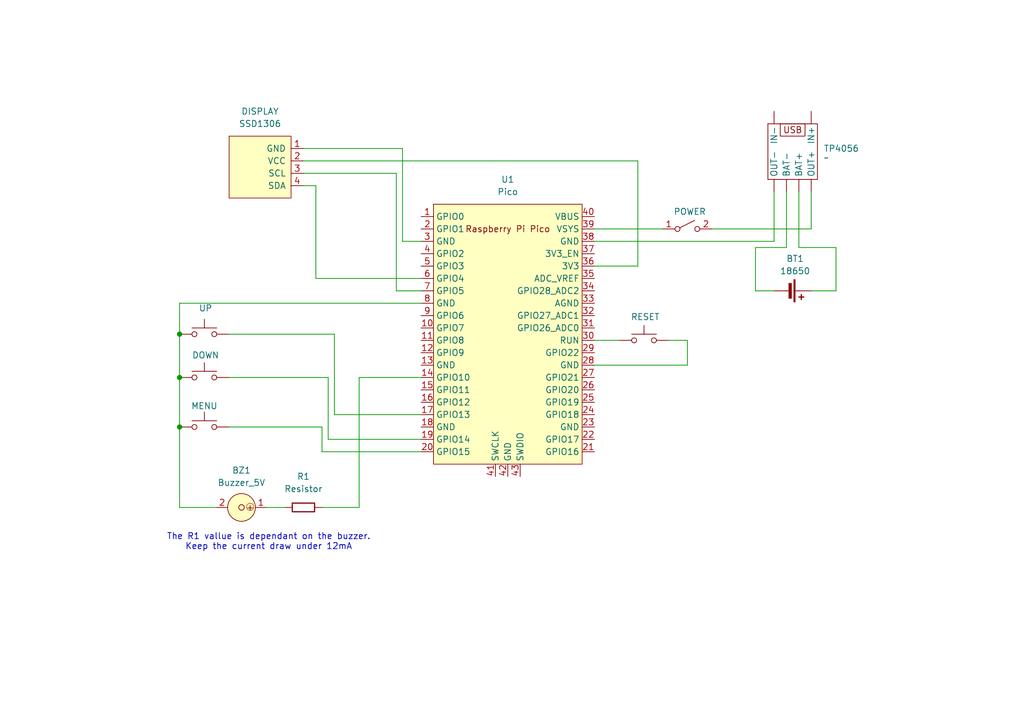
<source format=kicad_sch>
(kicad_sch (version 20231120) (generator "eeschema") (generator_version "8.0")
  (paper "A5")
  (lib_symbols
    (symbol "Device:Battery_Cell" (pin_numbers hide) (pin_names (offset 0) hide)
      (property "Reference" "BT" (at 2.54 2.54 0))
      (property "Value" "Battery_Cell" (at 2.54 0 0))
      (symbol "Battery_Cell_0_1"
        (rectangle (start -2.286 1.778) (end 2.286 1.524) (fill (type outline)))
        (rectangle (start -1.524 1.016) (end 1.524 0.508) (fill (type outline)))
        (polyline (pts (xy 0 0.762) (xy 0 0)))
        (polyline (pts (xy 0 1.778) (xy 0 2.54)))
        (polyline (pts (xy 0.762 3.048) (xy 1.778 3.048)) (stroke (width 0.254)))
        (polyline (pts (xy 1.27 3.556) (xy 1.27 2.54)) (stroke (width 0.254)))
      )
      (symbol "Battery_Cell_1_1"
        (pin passive line (at 0 5.08 270) (length 2.54) (name "+") (number "1"))
        (pin passive line (at 0 -2.54 90) (length 2.54) (name "-") (number "2"))
      )
    )
    (symbol "MCU_RaspberryPi_and_Boards:Pico"
      (property "Reference" "U" (at -13.97 27.94 0))
      (property "Value" "Pico" (at 0 19.05 0))
      (symbol "Pico_0_0"
        (text "Raspberry Pi Pico" (at 0 21.59 0) (effects (font (size 1.27 1.27))))
      )
      (symbol "Pico_0_1"
        (rectangle (start -15.24 26.67) (end 15.24 -26.67) (fill (type background)))
      )
      (symbol "Pico_1_1"
        (pin bidirectional line (at -17.78 24.13 0) (length 2.54) (name "GPIO0") (number "1"))
        (pin bidirectional line (at -17.78 1.27 0) (length 2.54) (name "GPIO7") (number "10"))
        (pin bidirectional line (at -17.78 -1.27 0) (length 2.54) (name "GPIO8") (number "11"))
        (pin bidirectional line (at -17.78 -3.81 0) (length 2.54) (name "GPIO9") (number "12"))
        (pin power_in line (at -17.78 -6.35 0) (length 2.54) (name "GND") (number "13"))
        (pin bidirectional line (at -17.78 -8.89 0) (length 2.54) (name "GPIO10") (number "14"))
        (pin bidirectional line (at -17.78 -11.43 0) (length 2.54) (name "GPIO11") (number "15"))
        (pin bidirectional line (at -17.78 -13.97 0) (length 2.54) (name "GPIO12") (number "16"))
        (pin bidirectional line (at -17.78 -16.51 0) (length 2.54) (name "GPIO13") (number "17"))
        (pin power_in line (at -17.78 -19.05 0) (length 2.54) (name "GND") (number "18"))
        (pin bidirectional line (at -17.78 -21.59 0) (length 2.54) (name "GPIO14") (number "19"))
        (pin bidirectional line (at -17.78 21.59 0) (length 2.54) (name "GPIO1") (number "2"))
        (pin bidirectional line (at -17.78 -24.13 0) (length 2.54) (name "GPIO15") (number "20"))
        (pin bidirectional line (at 17.78 -24.13 180) (length 2.54) (name "GPIO16") (number "21"))
        (pin bidirectional line (at 17.78 -21.59 180) (length 2.54) (name "GPIO17") (number "22"))
        (pin power_in line (at 17.78 -19.05 180) (length 2.54) (name "GND") (number "23"))
        (pin bidirectional line (at 17.78 -16.51 180) (length 2.54) (name "GPIO18") (number "24"))
        (pin bidirectional line (at 17.78 -13.97 180) (length 2.54) (name "GPIO19") (number "25"))
        (pin bidirectional line (at 17.78 -11.43 180) (length 2.54) (name "GPIO20") (number "26"))
        (pin bidirectional line (at 17.78 -8.89 180) (length 2.54) (name "GPIO21") (number "27"))
        (pin power_in line (at 17.78 -6.35 180) (length 2.54) (name "GND") (number "28"))
        (pin bidirectional line (at 17.78 -3.81 180) (length 2.54) (name "GPIO22") (number "29"))
        (pin power_in line (at -17.78 19.05 0) (length 2.54) (name "GND") (number "3"))
        (pin input line (at 17.78 -1.27 180) (length 2.54) (name "RUN") (number "30"))
        (pin bidirectional line (at 17.78 1.27 180) (length 2.54) (name "GPIO26_ADC0") (number "31"))
        (pin bidirectional line (at 17.78 3.81 180) (length 2.54) (name "GPIO27_ADC1") (number "32"))
        (pin power_in line (at 17.78 6.35 180) (length 2.54) (name "AGND") (number "33"))
        (pin bidirectional line (at 17.78 8.89 180) (length 2.54) (name "GPIO28_ADC2") (number "34"))
        (pin power_in line (at 17.78 11.43 180) (length 2.54) (name "ADC_VREF") (number "35"))
        (pin power_in line (at 17.78 13.97 180) (length 2.54) (name "3V3") (number "36"))
        (pin input line (at 17.78 16.51 180) (length 2.54) (name "3V3_EN") (number "37"))
        (pin bidirectional line (at 17.78 19.05 180) (length 2.54) (name "GND") (number "38"))
        (pin power_in line (at 17.78 21.59 180) (length 2.54) (name "VSYS") (number "39"))
        (pin bidirectional line (at -17.78 16.51 0) (length 2.54) (name "GPIO2") (number "4"))
        (pin power_in line (at 17.78 24.13 180) (length 2.54) (name "VBUS") (number "40"))
        (pin input line (at -2.54 -29.21 90) (length 2.54) (name "SWCLK") (number "41"))
        (pin power_in line (at 0 -29.21 90) (length 2.54) (name "GND") (number "42"))
        (pin bidirectional line (at 2.54 -29.21 90) (length 2.54) (name "SWDIO") (number "43"))
        (pin bidirectional line (at -17.78 13.97 0) (length 2.54) (name "GPIO3") (number "5"))
        (pin bidirectional line (at -17.78 11.43 0) (length 2.54) (name "GPIO4") (number "6"))
        (pin bidirectional line (at -17.78 8.89 0) (length 2.54) (name "GPIO5") (number "7"))
        (pin power_in line (at -17.78 6.35 0) (length 2.54) (name "GND") (number "8"))
        (pin bidirectional line (at -17.78 3.81 0) (length 2.54) (name "GPIO6") (number "9"))
      )
    )
    (symbol "PCM_SL_Devices:Buzzer_5V"
      (property "Reference" "BZ" (at 0 7.62 0))
      (property "Value" "Buzzer_5V" (at 0 5.08 0))
      (symbol "Buzzer_5V_0_0"
        (circle (center -1.778 -0.127) (radius 0.7405) (stroke (width 0.07)))
        (text "+" (at -1.778 0 0) (effects (font (size 1.27 1.27))))
      )
      (symbol "Buzzer_5V_0_1"
        (circle (center 0 0) (radius 0.568))
        (circle (center 0 0) (radius 2.8398) (fill (type background)))
      )
      (symbol "Buzzer_5V_1_1"
        (pin passive line (at -5.08 0 0) (length 2.2) (name "") (number "1"))
        (pin passive line (at 5.08 0 180) (length 2.2) (name "") (number "2"))
      )
    )
    (symbol "PCM_SL_Resistors:Resistor"
      (property "Reference" "R" (at 0 5.08 0))
      (property "Value" "Resistor" (at 0 2.54 0))
      (symbol "Resistor_0_1"
        (rectangle (start -2.286 0.889) (end 2.286 -0.889) (stroke (width 0.24)))
      )
      (symbol "Resistor_1_1"
        (pin passive line (at -3.81 0 0) (length 1.5) (name "") (number "1"))
        (pin passive line (at 3.81 0 180) (length 1.5) (name "~") (number "2"))
      )
    )
    (symbol "Power_Management:TP4056_MODULE"
      (property "Reference" "TP4056" (at 0 3.81 0))
      (symbol "TP4056_MODULE_0_1"
        (rectangle (start -5.08 -1.27) (end 5.08 -12.7))
        (rectangle (start -2.54 -1.27) (end 2.54 -3.81))
      )
      (symbol "TP4056_MODULE_1_1"
        (text "USB" (at 0 -2.54 0) (effects (font (size 1.27 1.27))))
        (pin bidirectional line (at 1.27 -15.24 90) (length 2.54) (name "BAT+") (number ""))
        (pin bidirectional line (at -1.27 -15.24 90) (length 2.54) (name "BAT-") (number ""))
        (pin input line (at 3.81 1.27 270) (length 2.54) (name "IN+") (number ""))
        (pin input line (at -3.81 1.27 270) (length 2.54) (name "IN-") (number ""))
        (pin output line (at 3.81 -15.24 90) (length 2.54) (name "OUT+") (number ""))
        (pin output line (at -3.81 -15.24 90) (length 2.54) (name "OUT-") (number ""))
      )
    )
    (symbol "SSD1306-128x64_OLED:SSD1306" (pin_names (offset 1.016))
      (property "Reference" "Brd" (at 0 -3.81 0))
      (property "Value" "SSD1306" (at 0 -1.27 0))
      (symbol "SSD1306_0_1"
        (rectangle (start -6.35 6.35) (end 6.35 -6.35) (fill (type background)))
      )
      (symbol "SSD1306_1_1"
        (pin input line (at -3.81 8.89 270) (length 2.54) (name "GND") (number "1"))
        (pin input line (at -1.27 8.89 270) (length 2.54) (name "VCC") (number "2"))
        (pin input line (at 1.27 8.89 270) (length 2.54) (name "SCL") (number "3"))
        (pin input line (at 3.81 8.89 270) (length 2.54) (name "SDA") (number "4"))
      )
    )
    (symbol "Switch:SW_Push" (pin_numbers hide) (pin_names (offset 1.016) hide)
      (property "Reference" "SW" (at 1.27 2.54 0))
      (property "Value" "SW_Push" (at 0 -1.524 0))
      (symbol "SW_Push_0_1"
        (circle (center -2.032 0) (radius 0.508))
        (polyline (pts (xy 0 1.27) (xy 0 3.048)))
        (polyline (pts (xy 2.54 1.27) (xy -2.54 1.27)))
        (circle (center 2.032 0) (radius 0.508))
        (pin passive line (at -5.08 0 0) (length 2.54) (name "1") (number "1"))
        (pin passive line (at 5.08 0 180) (length 2.54) (name "2") (number "2"))
      )
    )
    (symbol "Switch:SW_SPST" (pin_names (offset 0) hide)
      (property "Reference" "SW" (at 0 3.175 0))
      (property "Value" "SW_SPST" (at 0 -2.54 0))
      (symbol "SW_SPST_0_0"
        (circle (center -2.032 0) (radius 0.508))
        (polyline (pts (xy -1.524 0.254) (xy 1.524 1.778)))
        (circle (center 2.032 0) (radius 0.508))
      )
      (symbol "SW_SPST_1_1"
        (pin passive line (at -5.08 0 0) (length 2.54) (name "A") (number "1"))
        (pin passive line (at 5.08 0 180) (length 2.54) (name "B") (number "2"))
      )
    )
  )
  (junction (at 36.83 77.47))
  (junction (at 36.83 87.63))
  (junction (at 36.83 68.58))
  (wire (pts (xy 36.83 77.47) (xy 36.83 87.63)))
  (wire (pts (xy 86.36 57.15) (xy 64.77 57.15)))
  (wire (pts (xy 68.58 68.58) (xy 68.58 85.09)))
  (wire (pts (xy 130.81 33.02) (xy 130.81 54.61)))
  (wire (pts (xy 154.94 59.69) (xy 154.94 50.8)))
  (wire (pts (xy 140.97 74.93) (xy 121.92 74.93)))
  (wire (pts (xy 171.45 59.69) (xy 166.37 59.69)))
  (wire (pts (xy 82.55 49.53) (xy 82.55 30.48)))
  (wire (pts (xy 62.23 33.02) (xy 130.81 33.02)))
  (wire (pts (xy 36.83 104.14) (xy 36.83 87.63)))
  (wire (pts (xy 36.83 68.58) (xy 36.83 62.23)))
  (wire (pts (xy 73.66 104.14) (xy 66.04 104.14)))
  (wire (pts (xy 36.83 62.23) (xy 86.36 62.23)))
  (wire (pts (xy 81.28 35.56) (xy 81.28 59.69)))
  (wire (pts (xy 163.83 39.37) (xy 163.83 50.8)))
  (wire (pts (xy 158.75 49.53) (xy 121.92 49.53)))
  (wire (pts (xy 68.58 85.09) (xy 86.36 85.09)))
  (wire (pts (xy 163.83 50.8) (xy 171.45 50.8)))
  (wire (pts (xy 66.04 87.63) (xy 66.04 92.71)))
  (wire (pts (xy 67.31 90.17) (xy 86.36 90.17)))
  (wire (pts (xy 158.75 39.37) (xy 158.75 49.53)))
  (wire (pts (xy 171.45 50.8) (xy 171.45 59.69)))
  (wire (pts (xy 121.92 54.61) (xy 130.81 54.61)))
  (wire (pts (xy 137.16 69.85) (xy 140.97 69.85)))
  (wire (pts (xy 66.04 92.71) (xy 86.36 92.71)))
  (wire (pts (xy 46.99 77.47) (xy 67.31 77.47)))
  (wire (pts (xy 166.37 39.37) (xy 166.37 46.99)))
  (wire (pts (xy 64.77 38.1) (xy 62.23 38.1)))
  (wire (pts (xy 67.31 77.47) (xy 67.31 90.17)))
  (wire (pts (xy 46.99 68.58) (xy 68.58 68.58)))
  (wire (pts (xy 86.36 77.47) (xy 73.66 77.47)))
  (wire (pts (xy 154.94 50.8) (xy 161.29 50.8)))
  (wire (pts (xy 44.45 104.14) (xy 36.83 104.14)))
  (wire (pts (xy 62.23 30.48) (xy 82.55 30.48)))
  (wire (pts (xy 140.97 69.85) (xy 140.97 74.93)))
  (wire (pts (xy 86.36 49.53) (xy 82.55 49.53)))
  (wire (pts (xy 54.61 104.14) (xy 58.42 104.14)))
  (wire (pts (xy 161.29 50.8) (xy 161.29 39.37)))
  (wire (pts (xy 146.05 46.99) (xy 166.37 46.99)))
  (wire (pts (xy 158.75 59.69) (xy 154.94 59.69)))
  (wire (pts (xy 73.66 77.47) (xy 73.66 104.14)))
  (wire (pts (xy 121.92 46.99) (xy 135.89 46.99)))
  (wire (pts (xy 64.77 57.15) (xy 64.77 38.1)))
  (wire (pts (xy 62.23 35.56) (xy 81.28 35.56)))
  (wire (pts (xy 121.92 69.85) (xy 127 69.85)))
  (wire (pts (xy 36.83 68.58) (xy 36.83 77.47)))
  (wire (pts (xy 46.99 87.63) (xy 66.04 87.63)))
  (wire (pts (xy 81.28 59.69) (xy 86.36 59.69)))
  (text "The R1 vallue is dependant on the buzzer.\nKeep the current draw under 12mA" (at 55.118 111.252 0) (effects (font (size 1.27 1.27))))
  (symbol (lib_id "Switch:SW_SPST") (at 140.97 46.99 0) (unit 1)
    (property "Reference" "POWER" (at 141.478 43.434 0))
    (property "Value" "SW_SPST" (effects (hide yes)))
    (property "Description" "Single Pole Single Throw (SPST) switch" (effects (hide yes)))
  )
  (symbol (lib_id "Switch:SW_Push") (at 132.08 69.85 0) (unit 1)
    (property "Reference" "RESET" (at 132.334 65.024 0))
    (property "Value" "SW_Push" (effects (hide yes)))
    (property "Description" "Push button switch, generic, two pins" (effects (hide yes)))
  )
  (symbol (lib_id "PCM_SL_Resistors:Resistor") (at 62.23 104.14 0) (unit 1)
    (property "Reference" "R1" (at 62.23 97.79 0))
    (property "Value" "Resistor" (at 62.23 100.33 0))
    (property "Footprint" "Resistor_THT:R_Axial_DIN0207_L6.3mm_D2.5mm_P10.16mm_Horizontal" (effects (hide yes)))
    (property "Description" "1/4W Resistor" (effects (hide yes)))
  )
  (symbol (lib_id "Switch:SW_Push") (at 41.91 87.63 0) (unit 1)
    (property "Reference" "MENU" (at 41.91 83.312 0))
    (property "Value" "SW_Push" (effects (hide yes)))
    (property "Description" "Push button switch, generic, two pins" (effects (hide yes)))
  )
  (symbol (lib_id "Switch:SW_Push") (at 41.91 77.47 0) (unit 1)
    (property "Reference" "DOWN" (at 42.164 72.898 0))
    (property "Value" "SW_Push" (effects (hide yes)))
    (property "Description" "Push button switch, generic, two pins" (effects (hide yes)))
  )
  (symbol (lib_id "Device:Battery_Cell") (at 161.29 59.69 270) (unit 1)
    (property "Reference" "BT1" (at 163.068 53.086 90))
    (property "Value" "18650" (at 163.068 55.626 90))
    (property "Description" "Single-cell battery" (effects (hide yes)))
  )
  (symbol (lib_id "Switch:SW_Push") (at 41.91 68.58 0) (unit 1)
    (property "Reference" "UP" (at 42.164 63.246 0))
    (property "Value" "SW_Push" (effects (hide yes)))
    (property "Description" "Push button switch, generic, two pins" (effects (hide yes)))
  )
  (symbol (lib_id "PCM_SL_Devices:Buzzer_5V") (at 49.53 104.14 180) (unit 1)
    (property "Reference" "BZ1" (at 49.53 96.52 0))
    (property "Value" "Buzzer_5V" (at 49.53 99.06 0))
    (property "Footprint" "Buzzer_Beeper:MagneticBuzzer_ProSignal_ABT-410-RC" (effects (hide yes)))
    (property "Description" "Buzzer 5V" (effects (hide yes)))
  )
  (symbol (lib_id "MCU_RaspberryPi_and_Boards:Pico") (at 104.14 68.58 0) (unit 1)
    (property "Reference" "U1" (at 104.14 36.83 0))
    (property "Value" "Pico" (at 104.14 39.37 0))
    (property "Footprint" "RPi_Pico:RPi_Pico_SMD_TH" (effects (hide yes)))
  )
  (symbol (lib_id "SSD1306-128x64_OLED:SSD1306") (at 53.34 34.29 270) (unit 1)
    (property "Reference" "DISPLAY" (at 53.34 22.86 90))
    (property "Value" "SSD1306" (at 53.34 25.4 90))
  )
  (symbol (lib_id "Power_Management:TP4056_MODULE") (at 162.56 24.13 0) (unit 1)
    (property "Reference" "TP4056" (at 168.91 30.4799 0) (effects (justify left)))
    (property "Value" "~" (at 168.91 32.385 0) (effects (justify left)))
  )
)
</source>
